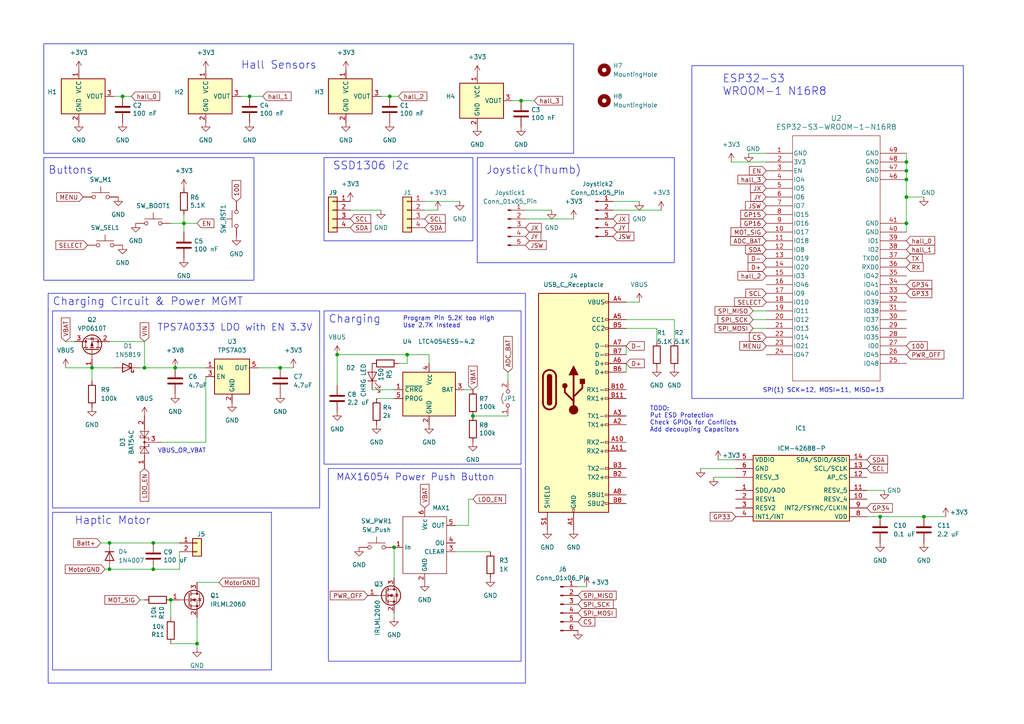
<source format=kicad_sch>
(kicad_sch (version 20250114) (generator "eeschema") (generator_version "9.0")
  (paper "A4")
  (rectangle (start 15.24 90.17) (end 92.71 147.32))
  (rectangle (start 15.24 148.59) (end 78.74 194.31))
  (rectangle (start 138.43 45.72) (end 195.58 76.2))
  (rectangle (start 200.66 19.05) (end 279.4 115.57))
  (rectangle (start 317.5 158.75) (end 342.9 182.88))
  (rectangle (start 95.25 135.89) (end 151.13 191.77))
  (rectangle (start 12.7 45.72) (end 73.66 81.28))
  (rectangle (start 93.98 45.72) (end 137.16 69.85))
  (rectangle (start 13.97 85.09) (end 152.4 198.12))
  (rectangle (start 93.98 90.17) (end 151.13 134.62))
  (rectangle (start 307.34 110.49) (end 326.39 148.59))
  (rectangle (start 12.7 12.7) (end 166.37 44.45))
  (text "Jumper Pins" (at 320.04 163.576 0) (effects (font (size 2.27 2.27)) (justify left bottom)))
  (text "SPI(1) SCK=12, MOSI=11, MISO=13" (at 221.234 114.046 0) (effects (font (size 1.27 1.27)) (justify left bottom)))
  (text "Buttons" (at 13.97 50.8 0) (effects (font (size 2.27 2.27)) (justify left bottom)))
  (text "MAX16054 Power Push Button" (at 143.51 139.7 0) (effects (font (size 2 2)) (justify right bottom)))
  (text "Joystick(Thumb)" (at 140.97 50.8 0) (effects (font (size 2.27 2.27)) (justify left bottom)))
  (text "Program Pin 5.2K too High\nUse 2.7K Instead\n" (at 116.84 95.25 0) (effects (font (size 1.27 1.27)) (justify left bottom)))
  (text "Charging\n" (at 95.25 93.98 0) (effects (font (size 2.27 2.27)) (justify left bottom)))
  (text "ESP32-S3\nWROOM-1 N16R8" (at 209.55 27.94 0) (effects (font (size 2.27 2.27)) (justify left bottom)))
  (text "Charging Circuit & Power MGMT" (at 15.24 88.9 0) (effects (font (size 2.27 2.27)) (justify left bottom)))
  (text "SSD1306 I2c" (at 96.52 49.53 0) (effects (font (size 2.27 2.27)) (justify left bottom)))
  (text "TODO:\nPut ESD Protection\nCheck GPIOs for Conflicts\nAdd decoupling Capacitors" (at 188.468 125.476 0) (effects (font (size 1.27 1.27)) (justify left bottom)))
  (text "TPS7A0333 LDO with EN 3.3V" (at 90.678 96.266 0) (effects (font (size 2 2)) (justify right bottom)))
  (text "Hall Sensors" (at 69.85 20.32 0) (effects (font (size 2.27 2.27)) (justify left bottom)))
  (text "VBUS_OR_VBAT" (at 45.72 131.572 0) (effects (font (size 1.27 1.27)) (justify left bottom)))
  (text "Haptic Motor" (at 21.59 152.4 0) (effects (font (size 2.27 2.27)) (justify left bottom)))
  (junction (at 113.03 27.94))
  (junction (at 57.15 186.69))
  (junction (at 31.75 157.48))
  (junction (at 44.45 165.1))
  (junction (at 118.11 102.87))
  (junction (at 255.27 149.86))
  (junction (at 26.67 106.68))
  (junction (at 81.28 106.68))
  (junction (at 72.39 27.94))
  (junction (at 50.8 106.68))
  (junction (at 49.53 173.99))
  (junction (at 137.16 120.65))
  (junction (at 97.79 102.87))
  (junction (at 114.3 158.75))
  (junction (at 41.91 106.68))
  (junction (at 262.89 49.53))
  (junction (at 53.34 64.77))
  (junction (at 31.75 165.1))
  (junction (at 262.89 64.77))
  (junction (at 44.45 157.48))
  (junction (at 262.89 57.15))
  (junction (at 151.13 29.21))
  (junction (at 267.97 149.86))
  (junction (at 262.89 46.99))
  (junction (at 35.56 27.94))
  (junction (at 262.89 52.07))
  (wire (pts (xy 262.89 44.45) (xy 262.89 46.99)))
  (wire (pts (xy 35.56 27.94) (xy 33.02 27.94)))
  (wire (pts (xy 313.69 124.46) (xy 317.5 124.46)))
  (wire (pts (xy 46.99 128.27) (xy 59.69 128.27)))
  (wire (pts (xy 19.05 106.68) (xy 26.67 106.68)))
  (wire (pts (xy 118.11 102.87) (xy 124.46 102.87)))
  (wire (pts (xy 44.45 157.48) (xy 52.07 157.48)))
  (wire (pts (xy 262.89 57.15) (xy 262.89 64.77)))
  (wire (pts (xy 154.94 29.21) (xy 151.13 29.21)))
  (wire (pts (xy 181.61 100.33) (xy 181.61 102.87)))
  (wire (pts (xy 203.2 135.89) (xy 213.36 135.89)))
  (wire (pts (xy 44.45 165.1) (xy 31.75 165.1)))
  (wire (pts (xy 160.02 60.96) (xy 152.4 60.96)))
  (wire (pts (xy 262.89 46.99) (xy 262.89 49.53)))
  (wire (pts (xy 97.79 111.76) (xy 97.79 102.87)))
  (wire (pts (xy 313.69 138.43) (xy 317.5 138.43)))
  (wire (pts (xy 208.28 133.35) (xy 213.36 133.35)))
  (wire (pts (xy 135.89 144.78) (xy 135.89 152.4)))
  (wire (pts (xy 41.91 106.68) (xy 50.8 106.68)))
  (wire (pts (xy 41.91 99.06) (xy 41.91 106.68)))
  (wire (pts (xy 72.39 27.94) (xy 69.85 27.94)))
  (wire (pts (xy 274.32 149.86) (xy 267.97 149.86)))
  (wire (pts (xy 195.58 92.71) (xy 195.58 99.06)))
  (wire (pts (xy 181.61 105.41) (xy 181.61 107.95)))
  (wire (pts (xy 147.32 107.95) (xy 147.32 110.49)))
  (wire (pts (xy 107.95 113.03) (xy 114.3 113.03)))
  (wire (pts (xy 151.13 29.21) (xy 148.59 29.21)))
  (wire (pts (xy 118.11 105.41) (xy 118.11 102.87)))
  (wire (pts (xy 63.5 168.91) (xy 57.15 168.91)))
  (wire (pts (xy 57.15 186.69) (xy 57.15 179.07)))
  (wire (pts (xy 52.07 160.02) (xy 52.07 165.1)))
  (wire (pts (xy 115.57 105.41) (xy 118.11 105.41)))
  (wire (pts (xy 113.03 27.94) (xy 110.49 27.94)))
  (wire (pts (xy 40.64 106.68) (xy 41.91 106.68)))
  (wire (pts (xy 262.89 52.07) (xy 262.89 57.15)))
  (wire (pts (xy 212.09 46.99) (xy 222.25 46.99)))
  (wire (pts (xy 330.2 173.99) (xy 326.39 173.99)))
  (wire (pts (xy 41.91 173.99) (xy 40.64 173.99)))
  (wire (pts (xy 313.69 140.97) (xy 317.5 140.97)))
  (wire (pts (xy 85.09 106.68) (xy 81.28 106.68)))
  (wire (pts (xy 166.37 63.5) (xy 152.4 63.5)))
  (wire (pts (xy 181.61 92.71) (xy 195.58 92.71)))
  (wire (pts (xy 50.8 106.68) (xy 59.69 106.68)))
  (wire (pts (xy 53.34 62.23) (xy 53.34 64.77)))
  (wire (pts (xy 53.34 64.77) (xy 57.15 64.77)))
  (wire (pts (xy 115.57 27.94) (xy 113.03 27.94)))
  (wire (pts (xy 337.82 171.45) (xy 326.39 171.45)))
  (wire (pts (xy 26.67 106.68) (xy 33.02 106.68)))
  (wire (pts (xy 185.42 87.63) (xy 181.61 87.63)))
  (wire (pts (xy 135.89 152.4) (xy 132.08 152.4)))
  (wire (pts (xy 49.53 179.07) (xy 49.53 173.99)))
  (wire (pts (xy 207.01 138.43) (xy 213.36 138.43)))
  (wire (pts (xy 81.28 106.68) (xy 74.93 106.68)))
  (wire (pts (xy 134.62 113.03) (xy 137.16 113.03)))
  (wire (pts (xy 59.69 128.27) (xy 59.69 109.22)))
  (wire (pts (xy 31.75 99.06) (xy 41.91 99.06)))
  (wire (pts (xy 76.2 27.94) (xy 72.39 27.94)))
  (wire (pts (xy 132.08 160.02) (xy 142.24 160.02)))
  (wire (pts (xy 109.22 115.57) (xy 114.3 115.57)))
  (wire (pts (xy 97.79 102.87) (xy 118.11 102.87)))
  (wire (pts (xy 313.69 121.92) (xy 317.5 121.92)))
  (wire (pts (xy 114.3 158.75) (xy 114.3 167.64)))
  (wire (pts (xy 217.17 44.45) (xy 222.25 44.45)))
  (wire (pts (xy 31.75 165.1) (xy 30.48 165.1)))
  (wire (pts (xy 137.16 144.78) (xy 135.89 144.78)))
  (wire (pts (xy 262.89 64.77) (xy 262.89 67.31)))
  (wire (pts (xy 137.16 120.65) (xy 147.32 120.65)))
  (wire (pts (xy 53.34 64.77) (xy 53.34 67.31)))
  (wire (pts (xy 218.44 90.17) (xy 222.25 90.17)))
  (wire (pts (xy 262.89 49.53) (xy 262.89 52.07)))
  (wire (pts (xy 191.77 60.96) (xy 177.8 60.96)))
  (wire (pts (xy 52.07 165.1) (xy 44.45 165.1)))
  (wire (pts (xy 190.5 95.25) (xy 190.5 99.06)))
  (wire (pts (xy 181.61 95.25) (xy 190.5 95.25)))
  (wire (pts (xy 26.67 106.68) (xy 26.67 110.49)))
  (wire (pts (xy 49.53 64.77) (xy 53.34 64.77)))
  (wire (pts (xy 114.3 177.8) (xy 114.3 179.07)))
  (wire (pts (xy 19.05 99.06) (xy 21.59 99.06)))
  (wire (pts (xy 57.15 187.96) (xy 57.15 186.69)))
  (wire (pts (xy 31.75 157.48) (xy 44.45 157.48)))
  (wire (pts (xy 124.46 102.87) (xy 124.46 105.41)))
  (wire (pts (xy 267.97 57.15) (xy 262.89 57.15)))
  (wire (pts (xy 267.97 149.86) (xy 255.27 149.86)))
  (wire (pts (xy 133.35 58.42) (xy 123.19 58.42)))
  (wire (pts (xy 127 60.96) (xy 123.19 60.96)))
  (wire (pts (xy 256.54 142.24) (xy 251.46 142.24)))
  (wire (pts (xy 218.44 92.71) (xy 222.25 92.71)))
  (wire (pts (xy 49.53 186.69) (xy 57.15 186.69)))
  (wire (pts (xy 38.1 27.94) (xy 35.56 27.94)))
  (wire (pts (xy 29.21 157.48) (xy 31.75 157.48)))
  (wire (pts (xy 110.49 60.96) (xy 101.6 60.96)))
  (wire (pts (xy 185.42 58.42) (xy 177.8 58.42)))
  (wire (pts (xy 170.18 170.18) (xy 167.64 170.18)))
  (wire (pts (xy 255.27 149.86) (xy 251.46 149.86)))
  (wire (pts (xy 218.44 95.25) (xy 222.25 95.25)))
  (global_label "RX" (shape input) (at 262.89 77.47 0) (property "Intersheetrefs" "${INTERSHEET_REFS}" (effects (hide yes))))
  (global_label "ADC_BAT" (shape input) (at 147.32 107.95 90) (property "Intersheetrefs" "${INTERSHEET_REFS}" (effects (hide yes))))
  (global_label "MOT_SIG" (shape input) (at 222.25 67.31 180) (property "Intersheetrefs" "${INTERSHEET_REFS}" (effects (hide yes))))
  (global_label "VIN" (shape input) (at 41.91 99.06 90) (property "Intersheetrefs" "${INTERSHEET_REFS}" (effects (hide yes))))
  (global_label "100" (shape input) (at 68.58 58.42 90) (property "Intersheetrefs" "${INTERSHEET_REFS}" (effects (hide yes))))
  (global_label "D+" (shape input) (at 181.61 105.41 0) (property "Intersheetrefs" "${INTERSHEET_REFS}" (effects (hide yes))))
  (global_label "SCL" (shape input) (at 101.6 63.5 0) (property "Intersheetrefs" "${INTERSHEET_REFS}" (effects (hide yes))))
  (global_label "GP15" (shape input) (at 326.39 176.53 0) (property "Intersheetrefs" "${INTERSHEET_REFS}" (effects (hide yes))))
  (global_label "EN" (shape input) (at 57.15 64.77 0) (property "Intersheetrefs" "${INTERSHEET_REFS}" (effects (hide yes))))
  (global_label "SPI_SCK" (shape input) (at 167.64 175.26 0) (property "Intersheetrefs" "${INTERSHEET_REFS}" (effects (hide yes))))
  (global_label "EN" (shape input) (at 222.25 49.53 180) (property "Intersheetrefs" "${INTERSHEET_REFS}" (effects (hide yes))))
  (global_label "MENU" (shape input) (at 222.25 100.33 180) (property "Intersheetrefs" "${INTERSHEET_REFS}" (effects (hide yes))))
  (global_label "JY" (shape input) (at 177.8 66.04 0) (property "Intersheetrefs" "${INTERSHEET_REFS}" (effects (hide yes))))
  (global_label "SPI_MOSI" (shape input) (at 167.64 177.8 0) (property "Intersheetrefs" "${INTERSHEET_REFS}" (effects (hide yes))))
  (global_label "JY" (shape input) (at 222.25 57.15 180) (property "Intersheetrefs" "${INTERSHEET_REFS}" (effects (hide yes))))
  (global_label "PWR_OFF" (shape input) (at 262.89 102.87 0) (property "Intersheetrefs" "${INTERSHEET_REFS}" (effects (hide yes))))
  (global_label "JY" (shape input) (at 152.4 68.58 0) (property "Intersheetrefs" "${INTERSHEET_REFS}" (effects (hide yes))))
  (global_label "GP33" (shape input) (at 213.36 149.86 180) (property "Intersheetrefs" "${INTERSHEET_REFS}" (effects (hide yes))))
  (global_label "MENU" (shape input) (at 24.13 57.15 180) (property "Intersheetrefs" "${INTERSHEET_REFS}" (effects (hide yes))))
  (global_label "hall_1" (shape input) (at 262.89 72.39 0) (property "Intersheetrefs" "${INTERSHEET_REFS}" (effects (hide yes))))
  (global_label "hall_3" (shape input) (at 154.94 29.21 0) (property "Intersheetrefs" "${INTERSHEET_REFS}" (effects (hide yes))))
  (global_label "VBAT" (shape input) (at 313.69 121.92 90) (property "Intersheetrefs" "${INTERSHEET_REFS}" (effects (hide yes))))
  (global_label "LDO_EN" (shape input) (at 137.16 144.78 0) (property "Intersheetrefs" "${INTERSHEET_REFS}" (effects (hide yes))))
  (global_label "SPI_MISO" (shape input) (at 167.64 172.72 0) (property "Intersheetrefs" "${INTERSHEET_REFS}" (effects (hide yes))))
  (global_label "hall_2" (shape input) (at 115.57 27.94 0) (property "Intersheetrefs" "${INTERSHEET_REFS}" (effects (hide yes))))
  (global_label "CS" (shape input) (at 222.25 97.79 180) (property "Intersheetrefs" "${INTERSHEET_REFS}" (effects (hide yes))))
  (global_label "SELECT" (shape input) (at 25.4 71.12 180) (property "Intersheetrefs" "${INTERSHEET_REFS}" (effects (hide yes))))
  (global_label "GP34" (shape input) (at 262.89 82.55 0) (property "Intersheetrefs" "${INTERSHEET_REFS}" (effects (hide yes))))
  (global_label "SCL" (shape input) (at 123.19 63.5 0) (property "Intersheetrefs" "${INTERSHEET_REFS}" (effects (hide yes))))
  (global_label "D-" (shape input) (at 181.61 100.33 0) (property "Intersheetrefs" "${INTERSHEET_REFS}" (effects (hide yes))))
  (global_label "SCL" (shape input) (at 222.25 85.09 180) (property "Intersheetrefs" "${INTERSHEET_REFS}" (effects (hide yes))))
  (global_label "JSW" (shape input) (at 177.8 68.58 0) (property "Intersheetrefs" "${INTERSHEET_REFS}" (effects (hide yes))))
  (global_label "VBAT" (shape input) (at 123.19 147.32 90) (property "Intersheetrefs" "${INTERSHEET_REFS}" (effects (hide yes))))
  (global_label "GP16" (shape input) (at 326.39 179.07 0) (property "Intersheetrefs" "${INTERSHEET_REFS}" (effects (hide yes))))
  (global_label "VBAT" (shape input) (at 137.16 113.03 90) (property "Intersheetrefs" "${INTERSHEET_REFS}" (effects (hide yes))))
  (global_label "SDA" (shape input) (at 251.46 133.35 0) (property "Intersheetrefs" "${INTERSHEET_REFS}" (effects (hide yes))))
  (global_label "MotorGND" (shape input) (at 63.5 168.91 0) (property "Intersheetrefs" "${INTERSHEET_REFS}" (effects (hide yes))))
  (global_label "SCL" (shape input) (at 251.46 135.89 0) (property "Intersheetrefs" "${INTERSHEET_REFS}" (effects (hide yes))))
  (global_label "MOT_SIG" (shape input) (at 40.64 173.99 180) (property "Intersheetrefs" "${INTERSHEET_REFS}" (effects (hide yes))))
  (global_label "SPI_SCK" (shape input) (at 218.44 92.71 180) (property "Intersheetrefs" "${INTERSHEET_REFS}" (effects (hide yes))))
  (global_label "TX" (shape input) (at 262.89 74.93 0) (property "Intersheetrefs" "${INTERSHEET_REFS}" (effects (hide yes))))
  (global_label "SDA" (shape input) (at 123.19 66.04 0) (property "Intersheetrefs" "${INTERSHEET_REFS}" (effects (hide yes))))
  (global_label "D-" (shape input) (at 222.25 74.93 180) (property "Intersheetrefs" "${INTERSHEET_REFS}" (effects (hide yes))))
  (global_label "SDA" (shape input) (at 101.6 66.04 0) (property "Intersheetrefs" "${INTERSHEET_REFS}" (effects (hide yes))))
  (global_label "JSW" (shape input) (at 222.25 59.69 180) (property "Intersheetrefs" "${INTERSHEET_REFS}" (effects (hide yes))))
  (global_label "hall_1" (shape input) (at 76.2 27.94 0) (property "Intersheetrefs" "${INTERSHEET_REFS}" (effects (hide yes))))
  (global_label "hall_3" (shape input) (at 222.25 52.07 180) (property "Intersheetrefs" "${INTERSHEET_REFS}" (effects (hide yes))))
  (global_label "GP34" (shape input) (at 251.46 147.32 0) (property "Intersheetrefs" "${INTERSHEET_REFS}" (effects (hide yes))))
  (global_label "PWR_OFF" (shape input) (at 106.68 172.72 180) (property "Intersheetrefs" "${INTERSHEET_REFS}" (effects (hide yes))))
  (global_label "GP33" (shape input) (at 262.89 85.09 0) (property "Intersheetrefs" "${INTERSHEET_REFS}" (effects (hide yes))))
  (global_label "SPI_MOSI" (shape input) (at 218.44 95.25 180) (property "Intersheetrefs" "${INTERSHEET_REFS}" (effects (hide yes))))
  (global_label "SPI_MISO" (shape input) (at 218.44 90.17 180) (property "Intersheetrefs" "${INTERSHEET_REFS}" (effects (hide yes))))
  (global_label "JX" (shape input) (at 152.4 66.04 0) (property "Intersheetrefs" "${INTERSHEET_REFS}" (effects (hide yes))))
  (global_label "JSW" (shape input) (at 152.4 71.12 0) (property "Intersheetrefs" "${INTERSHEET_REFS}" (effects (hide yes))))
  (global_label "D+" (shape input) (at 222.25 77.47 180) (property "Intersheetrefs" "${INTERSHEET_REFS}" (effects (hide yes))))
  (global_label "hall_2" (shape input) (at 222.25 80.01 180) (property "Intersheetrefs" "${INTERSHEET_REFS}" (effects (hide yes))))
  (global_label "JX" (shape input) (at 177.8 63.5 0) (property "Intersheetrefs" "${INTERSHEET_REFS}" (effects (hide yes))))
  (global_label "GP16" (shape input) (at 222.25 64.77 180) (property "Intersheetrefs" "${INTERSHEET_REFS}" (effects (hide yes))))
  (global_label "CS" (shape input) (at 167.64 180.34 0) (property "Intersheetrefs" "${INTERSHEET_REFS}" (effects (hide yes))))
  (global_label "SDA" (shape input) (at 222.25 72.39 180) (property "Intersheetrefs" "${INTERSHEET_REFS}" (effects (hide yes))))
  (global_label "MotorGND" (shape input) (at 30.48 165.1 180) (property "Intersheetrefs" "${INTERSHEET_REFS}" (effects (hide yes))))
  (global_label "SELECT" (shape input) (at 222.25 87.63 180) (property "Intersheetrefs" "${INTERSHEET_REFS}" (effects (hide yes))))
  (global_label "VBAT" (shape input) (at 19.05 99.06 90) (property "Intersheetrefs" "${INTERSHEET_REFS}" (effects (hide yes))))
  (global_label "VBAT" (shape input) (at 313.69 138.43 90) (property "Intersheetrefs" "${INTERSHEET_REFS}" (effects (hide yes))))
  (global_label "GP15" (shape input) (at 222.25 62.23 180) (property "Intersheetrefs" "${INTERSHEET_REFS}" (effects (hide yes))))
  (global_label "Batt+" (shape input) (at 29.21 157.48 180) (property "Intersheetrefs" "${INTERSHEET_REFS}" (effects (hide yes))))
  (global_label "hall_0" (shape input) (at 38.1 27.94 0) (property "Intersheetrefs" "${INTERSHEET_REFS}" (effects (hide yes))))
  (global_label "JX" (shape input) (at 222.25 54.61 180) (property "Intersheetrefs" "${INTERSHEET_REFS}" (effects (hide yes))))
  (global_label "ADC_BAT" (shape input) (at 222.25 69.85 180) (property "Intersheetrefs" "${INTERSHEET_REFS}" (effects (hide yes))))
  (global_label "LDO_EN" (shape input) (at 41.91 135.89 270) (property "Intersheetrefs" "${INTERSHEET_REFS}" (effects (hide yes))))
  (global_label "hall_0" (shape input) (at 262.89 69.85 0) (property "Intersheetrefs" "${INTERSHEET_REFS}" (effects (hide yes))))
  (global_label "100" (shape input) (at 262.89 100.33 0) (property "Intersheetrefs" "${INTERSHEET_REFS}" (effects (hide yes))))
  (symbol (lib_id "Switch:SW_Push") (at 68.58 63.5 90) (unit 1)
    (property "Reference" "SW_RST1" (at 64.77 63.5 0))
    (property "Value" "SW_Push" (effects (hide yes)))
    (property "Footprint" "OpenMuscleDevKit:EVQP2P02M" (effects (hide yes)))
  )
  (symbol (lib_id "Switch:SW_Push") (at 44.45 64.77 0) (unit 1)
    (property "Reference" "SW_BOOT1" (at 44.45 59.69 0))
    (property "Value" "SW_Push" (effects (hide yes)))
    (property "Footprint" "OpenMuscleDevKit:EVQP2P02M" (effects (hide yes)))
  )
  (symbol (lib_id "power:GND") (at 97.79 119.38 0) (unit 1)
    (property "Reference" "#PWR034" (effects (hide yes)))
    (property "Value" "GND" (at 97.79 124.46 0))
  )
  (symbol (lib_id "Device:C") (at 255.27 153.67 0) (unit 1)
    (property "Reference" "C10" (at 259.08 152.3999 0) (effects (justify left)))
    (property "Value" "0.1 uF" (at 259.08 154.9399 0) (effects (justify left)))
    (property "Footprint" "Capacitor_SMD:C_0603_1608Metric" (effects (hide yes)))
  )
  (symbol (lib_id "power:+3V3") (at 101.6 58.42 0) (unit 1)
    (property "Reference" "#PWR025" (effects (hide yes)))
    (property "Value" "+3V3" (at 101.6 53.34 0))
  )
  (symbol (lib_id "power:GND") (at 59.69 35.56 0) (unit 1)
    (property "Reference" "#PWR014" (effects (hide yes)))
    (property "Value" "GND" (at 59.69 40.64 0))
  )
  (symbol (lib_id "Sensor_Current:A1369xUA-10") (at 22.86 27.94 0) (unit 1)
    (property "Reference" "H1" (at 16.51 26.67 0) (effects (justify right)))
    (property "Value" "A1369xUA-10" (effects (hide yes)))
    (property "Footprint" "Connector_PinHeader_2.00mm:PinHeader_1x03_P2.00mm_Vertical" (effects (hide yes)))
    (property "Datasheet" "http://www.allegromicro.com/~/media/Files/Datasheets/A1369-Datasheet.ashx?la=en" (effects (hide yes)))
  )
  (symbol (lib_id "ChargingStuffsLib:MAX16054") (at 123.19 152.4 0) (unit 1)
    (property "Reference" "MAX1" (at 125.3841 147.32 0) (effects (justify left)))
    (property "Value" "~" (at 123.19 152.4 0))
    (property "Footprint" "Package_TO_SOT_SMD:SOT-23-6" (effects (hide yes)))
  )
  (symbol (lib_id "Device:R") (at 137.16 116.84 0) (unit 1)
    (property "Reference" "R7" (at 138.938 115.6716 0) (effects (justify left)))
    (property "Value" "100k" (at 138.938 117.983 0) (effects (justify left)))
    (property "Footprint" "Resistor_SMD:R_0603_1608Metric" (effects (hide yes)))
    (property "JLCPN" "C25905" (effects (hide yes)))
  )
  (symbol (lib_id "power:+3V8") (at 50.8 106.68 0) (unit 1)
    (property "Reference" "#PWR023" (effects (hide yes)))
    (property "Value" "+3V8" (at 50.8 101.6 0))
  )
  (symbol (lib_id "power:GND") (at 158.75 153.67 0) (unit 1)
    (property "Reference" "#PWR019" (effects (hide yes)))
    (property "Value" "GND" (at 158.75 158.75 0))
  )
  (symbol (lib_id "power:+3V3") (at 170.18 170.18 0) (unit 1)
    (property "Reference" "#PWR067" (effects (hide yes)))
    (property "Value" "+3V3" (at 173.99 168.91 0))
  )
  (symbol (lib_id "Device:C") (at 81.28 110.49 0) (unit 1)
    (property "Reference" "C7" (at 85.09 109.22 0) (effects (justify left)))
    (property "Value" "4.7uF" (at 85.09 111.76 0) (effects (justify left)))
    (property "Footprint" "Capacitor_SMD:C_0805_2012Metric" (effects (hide yes)))
  )
  (symbol (lib_id "Device:R") (at 137.16 124.46 0) (unit 1)
    (property "Reference" "R8" (at 138.938 123.2916 0) (effects (justify left)))
    (property "Value" "100k" (at 138.938 125.603 0) (effects (justify left)))
    (property "Footprint" "Resistor_SMD:R_0603_1608Metric" (effects (hide yes)))
    (property "JLCPN" "C25905" (effects (hide yes)))
  )
  (symbol (lib_id "power:GND") (at 57.15 187.96 0) (unit 1)
    (property "Reference" "#PWR057" (effects (hide yes)))
    (property "Value" "GND" (at 57.15 193.04 0))
  )
  (symbol (lib_id "power:GND") (at 104.14 158.75 0) (unit 1)
    (property "Reference" "#PWR022" (effects (hide yes)))
    (property "Value" "GND" (at 104.14 163.83 0))
  )
  (symbol (lib_id "power:GND") (at 195.58 106.68 0) (unit 1)
    (property "Reference" "#PWR047" (effects (hide yes)))
    (property "Value" "GND" (at 195.58 111.76 0))
  )
  (symbol (lib_id "Device:R") (at 190.5 102.87 0) (unit 1)
    (property "Reference" "R1" (at 190.5 96.52 0) (effects (justify left)))
    (property "Value" "5.1K" (at 190.5 99.06 0) (effects (justify left)))
    (property "Footprint" "Resistor_SMD:R_0603_1608Metric" (effects (hide yes)))
    (property "JLCPN" "C25905" (effects (hide yes)))
  )
  (symbol (lib_id "power:GND") (at 313.69 124.46 0) (unit 1)
    (property "Reference" "#PWR039" (effects (hide yes)))
    (property "Value" "GND" (at 313.69 129.54 0))
  )
  (symbol (lib_id "power:VBUS") (at 41.91 120.65 0) (unit 1)
    (property "Reference" "#PWR056" (effects (hide yes)))
    (property "Value" "VBUS" (at 41.91 115.57 0))
  )
  (symbol (lib_id "Regulator_Linear:TPS7A0508PDBV") (at 67.31 109.22 0) (unit 1)
    (property "Reference" "U3" (at 67.31 99.06 0))
    (property "Value" "TPS7A03" (at 67.31 101.6 0))
    (property "Footprint" "Package_TO_SOT_SMD:SOT-23-5" (effects (hide yes)))
    (property "Datasheet" "https://www.ti.com/lit/ds/symlink/tps7a05.pdf" (effects (hide yes)))
  )
  (symbol (lib_id "Diode:1N4007") (at 31.75 161.29 270) (unit 1)
    (property "Reference" "D4" (at 34.29 160.02 90) (effects (justify left)))
    (property "Value" "1N4007" (at 34.29 162.56 90) (effects (justify left)))
    (property "Footprint" "Diode_SMD:D_SOD-123" (effects (hide yes)))
    (property "Datasheet" "http://www.vishay.com/docs/88503/1n4001.pdf" (effects (hide yes)))
    (property "Sim.Device" "D" (effects (hide yes)))
    (property "Sim.Pins" "1=K 2=A" (effects (hide yes)))
  )
  (symbol (lib_id "power:GND") (at 50.8 114.3 0) (unit 1)
    (property "Reference" "#PWR024" (effects (hide yes)))
    (property "Value" "GND" (at 50.8 119.38 0))
  )
  (symbol (lib_id "Device:C") (at 50.8 110.49 0) (unit 1)
    (property "Reference" "C6" (at 54.61 109.22 0) (effects (justify left)))
    (property "Value" "4.7uF" (at 54.61 111.76 0) (effects (justify left)))
    (property "Footprint" "Capacitor_SMD:C_0805_2012Metric" (effects (hide yes)))
  )
  (symbol (lib_id "Connector:Conn_01x05_Pin") (at 172.72 63.5 0) (unit 1)
    (property "Reference" "Joystick2" (at 173.355 53.34 0))
    (property "Value" "Conn_01x05_Pin" (at 173.355 55.88 0))
    (property "Footprint" "Connector_PinHeader_2.00mm:PinHeader_1x05_P2.00mm_Vertical" (effects (hide yes)))
  )
  (symbol (lib_id "power:GND") (at 138.43 36.83 0) (unit 1)
    (property "Reference" "#PWR07" (effects (hide yes)))
    (property "Value" "GND" (at 138.43 41.91 0))
  )
  (symbol (lib_id "Device:R") (at 45.72 173.99 270) (unit 1)
    (property "Reference" "R10" (at 46.8884 175.768 0) (effects (justify left)))
    (property "Value" "10k" (at 44.577 175.768 0) (effects (justify left)))
    (property "Footprint" "Resistor_SMD:R_0603_1608Metric" (effects (hide yes)))
    (property "JLCPN" "C25744" (effects (hide yes)))
  )
  (symbol (lib_id "power:+3V3") (at 53.34 54.61 0) (unit 1)
    (property "Reference" "#PWR050" (effects (hide yes)))
    (property "Value" "+3V3" (at 53.34 49.53 0))
  )
  (symbol (lib_id "power:+3V3") (at 166.37 63.5 0) (unit 1)
    (property "Reference" "#PWR042" (effects (hide yes)))
    (property "Value" "+3V3" (at 166.37 58.42 0))
  )
  (symbol (lib_id "power:GND") (at 34.29 57.15 0) (unit 1)
    (property "Reference" "#PWR036" (effects (hide yes)))
    (property "Value" "GND" (at 34.29 62.23 0))
  )
  (symbol (lib_id "power:GND") (at 255.27 157.48 0) (unit 1)
    (property "Reference" "#PWR061" (effects (hide yes)))
    (property "Value" "GND" (at 255.27 162.56 0))
  )
  (symbol (lib_id "Mechanical:MountingHole") (at 175.26 20.32 0) (unit 1)
    (property "Reference" "H7" (at 177.8 19.05 0) (effects (justify left)))
    (property "Value" "MountingHole" (at 177.8 21.59 0) (effects (justify left)))
    (property "Footprint" "MountingHole:MountingHole_2.2mm_M2" (effects (hide yes)))
  )
  (symbol (lib_id "Jumper:Jumper_2_Open") (at 147.32 115.57 90) (unit 1)
    (property "Reference" "JP1" (at 146.05 115.57 90) (effects (justify right)))
    (property "Value" "Jumper_2_Open" (effects (hide yes)))
    (property "Footprint" "Jumper:SolderJumper-2_P1.3mm_Open_TrianglePad1.0x1.5mm" (effects (hide yes)))
  )
  (symbol (lib_id "power:GND") (at 109.22 123.19 0) (unit 1)
    (property "Reference" "#PWR035" (effects (hide yes)))
    (property "Value" "GND" (at 109.22 128.27 0))
  )
  (symbol (lib_id "power:+3V3") (at 212.09 46.99 0) (unit 1)
    (property "Reference" "#PWR054" (effects (hide yes)))
    (property "Value" "+3V3" (at 212.09 41.91 0))
  )
  (symbol (lib_id "Transistor_FET:VP0610T") (at 26.67 101.6 90) (unit 1)
    (property "Reference" "Q2" (at 26.67 92.71 90))
    (property "Value" "VP0610T" (at 26.67 95.25 90))
    (property "Footprint" "Package_TO_SOT_SMD:SOT-23" (effects (hide yes)))
    (property "Datasheet" "http://www.vishay.com/docs/70209/70209.pdf" (effects (hide yes)))
  )
  (symbol (lib_id "power:GND") (at 113.03 35.56 0) (unit 1)
    (property "Reference" "#PWR03" (effects (hide yes)))
    (property "Value" "GND" (at 113.03 40.64 0))
  )
  (symbol (lib_id "ICM-42688-P:ICM-42688-P") (at 213.36 139.7 0) (unit 1)
    (property "Reference" "IC1" (at 230.632 124.206 0) (effects (justify left)))
    (property "Value" "ICM-42688-P" (at 239.522 130.048 0) (effects (justify right)))
    (property "Footprint" "IIM42352" (effects (hide yes)))
    (property "Datasheet" "https://3cfeqx1hf82y3xcoull08ihx-wpengine.netdna-ssl.com/wp-content/uploads/2021/06/DS-000347-ICM-42688-P-v1.5.pdf" (effects (hide yes)))
    (property "Description" "IMU 6-Axis" (effects (hide yes)))
    (property "Mouser Part Number" "410-ICM-42688-P" (effects (hide yes)))
    (property "Mouser Price/Stock" "https://www.mouser.co.uk/ProductDetail/TDK-InvenSense/ICM-42688-P?qs=OlC7AqGiEDk8QrNAV728zw%3D%3D" (effects (hide yes)))
    (property "Manufacturer_Name" "TDK" (effects (hide yes)))
    (property "Manufacturer_Part_Number" "ICM-42688-P" (effects (hide yes)))
  )
  (symbol (lib_id "Battery_Management:LTC4054ES5-4.2") (at 124.46 113.03 0) (unit 1)
    (property "Reference" "U4" (at 118.11 99.06 0))
    (property "Value" "LTC4054ES5-4.2" (at 129.54 99.06 0))
    (property "Footprint" "Package_TO_SOT_SMD:TSOT-23-5" (effects (hide yes)))
    (property "Datasheet" "https://www.analog.com/media/en/technical-documentation/data-sheets/405442xf.pdf" (effects (hide yes)))
  )
  (symbol (lib_id "power:GND") (at 22.86 35.56 0) (unit 1)
    (property "Reference" "#PWR06" (effects (hide yes)))
    (property "Value" "GND" (at 22.86 40.64 0))
  )
  (symbol (lib_id "power:+3V3") (at 127 60.96 0) (unit 1)
    (property "Reference" "#PWR043" (effects (hide yes)))
    (property "Value" "+3V3" (at 127 55.88 0))
  )
  (symbol (lib_id "Transistor_FET:IRLML2060") (at 111.76 172.72 0) (unit 1)
    (property "Reference" "Q3" (at 108.458 169.418 0) (effects (justify left)))
    (property "Value" "IRLML2060" (at 109.474 184.404 90) (effects (justify left)))
    (property "Footprint" "Package_TO_SOT_SMD:SOT-23" (effects (hide yes)))
    (property "Datasheet" "https://www.infineon.com/dgdl/irlml2060pbf.pdf?fileId=5546d462533600a401535664b7fb25ee" (effects (hide yes)))
  )
  (symbol (lib_id "power:GND") (at 203.2 135.89 0) (unit 1)
    (property "Reference" "#PWR059" (effects (hide yes)))
    (property "Value" "GND" (effects (hide yes)))
  )
  (symbol (lib_id "power:GND") (at 133.35 58.42 0) (unit 1)
    (property "Reference" "#PWR044" (effects (hide yes)))
    (property "Value" "GND" (at 133.35 63.5 0))
  )
  (symbol (lib_id "Device:C") (at 267.97 153.67 0) (unit 1)
    (property "Reference" "C11" (at 271.78 152.3999 0) (effects (justify left)))
    (property "Value" "2.2 uF" (at 271.78 154.9399 0) (effects (justify left)))
    (property "Footprint" "Capacitor_SMD:C_0603_1608Metric" (effects (hide yes)))
  )
  (symbol (lib_id "power:GND") (at 53.34 74.93 0) (unit 1)
    (property "Reference" "#PWR048" (effects (hide yes)))
    (property "Value" "GND" (at 53.34 80.01 0))
  )
  (symbol (lib_id "Connector:USB_C_Receptacle") (at 166.37 113.03 0) (unit 1)
    (property "Reference" "J4" (at 166.37 80.01 0))
    (property "Value" "USB_C_Receptacle" (at 166.37 82.55 0))
    (property "Footprint" "Connector_USB:USB_C_Receptacle_HRO_TYPE-C-31-M-12" (effects (hide yes)))
    (property "Datasheet" "https://www.usb.org/sites/default/files/documents/usb_type-c.zip" (effects (hide yes)))
  )
  (symbol (lib_id "power:GND") (at 110.49 60.96 0) (unit 1)
    (property "Reference" "#PWR026" (effects (hide yes)))
    (property "Value" "GND" (at 110.49 66.04 0))
  )
  (symbol (lib_id "Device:C") (at 151.13 33.02 180) (unit 1)
    (property "Reference" "C3" (at 154.051 31.8516 0) (effects (justify right)))
    (property "Value" "100 nF" (at 154.051 34.163 0) (effects (justify right)))
    (property "Footprint" "Capacitor_SMD:C_0402_1005Metric" (effects (hide yes)))
    (property "JLCPN" "C1525" (effects (hide yes)))
  )
  (symbol (lib_id "power:+3V3") (at 138.43 21.59 0) (unit 1)
    (property "Reference" "#PWR04" (effects (hide yes)))
    (property "Value" "+3V3" (at 138.43 16.51 0))
  )
  (symbol (lib_id "Sensor_Current:A1369xUA-10") (at 100.33 27.94 0) (unit 1)
    (property "Reference" "H3" (at 93.98 26.67 0) (effects (justify right)))
    (property "Value" "A1369xUA-10" (effects (hide yes)))
    (property "Footprint" "Connector_PinHeader_2.00mm:PinHeader_1x03_P2.00mm_Vertical" (effects (hide yes)))
    (property "Datasheet" "http://www.allegromicro.com/~/media/Files/Datasheets/A1369-Datasheet.ashx?la=en" (effects (hide yes)))
  )
  (symbol (lib_id "Switch:SW_Push") (at 30.48 71.12 0) (unit 1)
    (property "Reference" "SW_SEL1" (at 30.48 66.04 0))
    (property "Value" "SW_Push" (effects (hide yes)))
    (property "Footprint" "OpenMuscleDevKit:EVQP2P02M" (effects (hide yes)))
  )
  (symbol (lib_id "power:GND") (at 267.97 157.48 0) (unit 1)
    (property "Reference" "#PWR062" (effects (hide yes)))
    (property "Value" "GND" (at 267.97 162.56 0))
  )
  (symbol (lib_id "power:+3V3") (at 274.32 149.86 0) (unit 1)
    (property "Reference" "#PWR060" (effects (hide yes)))
    (property "Value" "+3V3" (at 278.13 148.59 0))
  )
  (symbol (lib_id "Device:R") (at 142.24 163.83 0) (unit 1)
    (property "Reference" "R3" (at 144.78 162.56 0) (effects (justify left)))
    (property "Value" "1K" (at 144.78 165.1 0) (effects (justify left)))
    (property "Footprint" "Resistor_SMD:R_0603_1608Metric" (effects (hide yes)))
  )
  (symbol (lib_id "Connector_Generic:Conn_01x02") (at 57.15 157.48 0) (unit 1)
    (property "Reference" "J5" (at 57.15 154.94 0) (effects (justify left)))
    (property "Value" "Conn_01x02" (effects (hide yes)))
    (property "Footprint" "Connector_PinHeader_2.00mm:PinHeader_1x02_P2.00mm_Vertical" (effects (hide yes)))
  )
  (symbol (lib_id "power:GND") (at 39.37 64.77 0) (unit 1)
    (property "Reference" "#PWR049" (effects (hide yes)))
    (property "Value" "GND" (at 39.37 69.85 0))
  )
  (symbol (lib_id "Connector:Conn_01x04_Pin") (at 321.31 173.99 0) (unit 1)
    (property "Reference" "J3" (at 321.818 167.386 0))
    (property "Value" "Conn_01x04_Pin" (effects (hide yes)))
    (property "Footprint" "Connector_PinHeader_2.00mm:PinHeader_1x04_P2.00mm_Vertical" (effects (hide yes)))
    (property "Description" "Generic connector, single row, 01x04, script generated" (effects (hide yes)))
  )
  (symbol (lib_id "power:GND") (at 114.3 179.07 0) (unit 1)
    (property "Reference" "#PWR058" (effects (hide yes)))
    (property "Value" "GND" (at 114.3 184.15 0))
  )
  (symbol (lib_id "power:VBUS") (at 97.79 102.87 0) (unit 1)
    (property "Reference" "#PWR033" (effects (hide yes)))
    (property "Value" "VBUS" (at 97.79 97.79 0))
  )
  (symbol (lib_id "power:+3V3") (at 22.86 20.32 0) (unit 1)
    (property "Reference" "#PWR05" (effects (hide yes)))
    (property "Value" "+3V3" (at 22.86 15.24 0))
  )
  (symbol (lib_id "power:GND") (at 167.64 182.88 0) (unit 1)
    (property "Reference" "#PWR066" (effects (hide yes)))
    (property "Value" "GND" (effects (hide yes)))
  )
  (symbol (lib_id "power:GND") (at 72.39 35.56 0) (unit 1)
    (property "Reference" "#PWR015" (effects (hide yes)))
    (property "Value" "GND" (at 72.39 40.64 0))
  )
  (symbol (lib_id "Device:R") (at 109.22 119.38 0) (unit 1)
    (property "Reference" "R4" (at 110.998 118.2116 0) (effects (justify left)))
    (property "Value" "2k" (at 110.998 120.523 0) (effects (justify left)))
    (property "Footprint" "Resistor_SMD:R_0603_1608Metric" (effects (hide yes)))
    (property "JLCPN" "C25905" (effects (hide yes)))
  )
  (symbol (lib_id "Diode:BAT54C") (at 41.91 128.27 90) (unit 1)
    (property "Reference" "D3" (at 35.56 128.27 0))
    (property "Value" "BAT54C" (at 38.1 128.27 0))
    (property "Footprint" "Package_TO_SOT_SMD:SOT-23" (effects (hide yes)))
    (property "Datasheet" "http://www.diodes.com/_files/datasheets/ds11005.pdf" (effects (hide yes)))
    (property "Description" "dual schottky barrier diode, common cathode" (effects (hide yes)))
  )
  (symbol (lib_id "power:GND") (at 142.24 167.64 0) (unit 1)
    (property "Reference" "#PWR031" (effects (hide yes)))
    (property "Value" "GND" (at 142.24 172.72 0))
  )
  (symbol (lib_id "power:+3V3") (at 330.2 173.99 0) (unit 1)
    (property "Reference" "#PWR018" (effects (hide yes)))
    (property "Value" "+3V3" (at 330.2 168.91 0))
  )
  (symbol (lib_id "power:GND") (at 26.67 118.11 0) (unit 1)
    (property "Reference" "#PWR052" (effects (hide yes)))
    (property "Value" "GND" (at 26.67 123.19 0))
  )
  (symbol (lib_id "power:GND") (at 100.33 35.56 0) (unit 1)
    (property "Reference" "#PWR02" (effects (hide yes)))
    (property "Value" "GND" (at 100.33 40.64 0))
  )
  (symbol (lib_id "Sensor_Current:A1369xUA-10") (at 59.69 27.94 0) (unit 1)
    (property "Reference" "H2" (at 53.34 26.67 0) (effects (justify right)))
    (property "Value" "A1369xUA-10" (effects (hide yes)))
    (property "Footprint" "Connector_PinHeader_2.00mm:PinHeader_1x03_P2.00mm_Vertical" (effects (hide yes)))
    (property "Datasheet" "http://www.allegromicro.com/~/media/Files/Datasheets/A1369-Datasheet.ashx?la=en" (effects (hide yes)))
  )
  (symbol (lib_id "Device:R") (at 53.34 58.42 0) (unit 1)
    (property "Reference" "R6" (at 55.118 57.2516 0) (effects (justify left)))
    (property "Value" "5.1K" (at 55.118 59.563 0) (effects (justify left)))
    (property "Footprint" "Resistor_SMD:R_0603_1608Metric" (effects (hide yes)))
    (property "JLCPN" "C25905" (effects (hide yes)))
  )
  (symbol (lib_id "power:GND") (at 190.5 106.68 0) (unit 1)
    (property "Reference" "#PWR046" (effects (hide yes)))
    (property "Value" "GND" (at 190.5 111.76 0))
  )
  (symbol (lib_id "Device:R") (at 26.67 114.3 0) (unit 1)
    (property "Reference" "R9" (at 29.21 113.03 0) (effects (justify left)))
    (property "Value" "100k" (at 29.21 115.57 0) (effects (justify left)))
    (property "Footprint" "Resistor_SMD:R_0603_1608Metric" (effects (hide yes)))
  )
  (symbol (lib_id "power:GND") (at 137.16 128.27 0) (unit 1)
    (property "Reference" "#PWR051" (effects (hide yes)))
    (property "Value" "GND" (at 137.16 133.35 0))
  )
  (symbol (lib_id "Device:C") (at 53.34 71.12 180) (unit 1)
    (property "Reference" "C5" (at 56.261 69.9516 0) (effects (justify right)))
    (property "Value" "100 nF" (at 56.261 72.263 0) (effects (justify right)))
    (property "Footprint" "Capacitor_SMD:C_0402_1005Metric" (effects (hide yes)))
    (property "JLCPN" "C1525" (effects (hide yes)))
  )
  (symbol (lib_id "power:+3V3") (at 191.77 60.96 0) (unit 1)
    (property "Reference" "#PWR020" (effects (hide yes)))
    (property "Value" "+3V3" (at 191.77 55.88 0))
  )
  (symbol (lib_id "Switch:SW_Push") (at 109.22 158.75 0) (unit 1)
    (property "Reference" "SW_PWR1" (at 109.22 151.13 0))
    (property "Value" "SW_Push" (at 109.22 153.67 0))
    (property "Footprint" "OpenMuscleDevKit:EVQP2P02M" (effects (hide yes)))
  )
  (symbol (lib_id "Connector:Conn_01x05_Pin") (at 147.32 66.04 0) (unit 1)
    (property "Reference" "Joystick1" (at 147.955 55.88 0))
    (property "Value" "Conn_01x05_Pin" (at 147.955 58.42 0))
    (property "Footprint" "Connector_PinHeader_2.00mm:PinHeader_1x05_P2.00mm_Vertical" (effects (hide yes)))
  )
  (symbol (lib_id "Device:R") (at 49.53 182.88 180) (unit 1)
    (property "Reference" "R11" (at 47.752 184.0484 0) (effects (justify left)))
    (property "Value" "10k" (at 47.752 181.737 0) (effects (justify left)))
    (property "Footprint" "Resistor_SMD:R_0603_1608Metric" (effects (hide yes)))
    (property "JLCPN" "C25744" (effects (hide yes)))
  )
  (symbol (lib_id "power:GND") (at 151.13 36.83 0) (unit 1)
    (property "Reference" "#PWR09" (effects (hide yes)))
    (property "Value" "GND" (at 151.13 41.91 0))
  )
  (symbol (lib_id "power:GND") (at 35.56 35.56 0) (unit 1)
    (property "Reference" "#PWR08" (effects (hide yes)))
    (property "Value" "GND" (at 35.56 40.64 0))
  )
  (symbol (lib_id "power:VBUS") (at 185.42 87.63 0) (unit 1)
    (property "Reference" "#PWR017" (effects (hide yes)))
    (property "Value" "VBUS" (at 185.42 82.55 0))
  )
  (symbol (lib_id "Connector_Generic:Conn_01x04") (at 118.11 60.96 0) (mirror y) (unit 1)
    (property "Reference" "J1" (at 119.38 55.88 0) (effects (justify left)))
    (property "Value" "Conn_01x04" (effects (hide yes)))
    (property "Footprint" "Connector_PinHeader_2.54mm:PinHeader_1x04_P2.54mm_Vertical" (effects (hide yes)))
  )
  (symbol (lib_id "Diode:1N5819") (at 36.83 106.68 180) (unit 1)
    (property "Reference" "D1" (at 37.1475 100.33 0))
    (property "Value" "1N5819" (at 37.1475 102.87 0))
    (property "Footprint" "Diode_SMD:D_SOD-123F" (effects (hide yes)))
    (property "Datasheet" "http://www.vishay.com/docs/88525/1n5817.pdf" (effects (hide yes)))
  )
  (symbol (lib_id "Device:C") (at 97.79 115.57 180) (unit 1)
    (property "Reference" "C8" (at 100.711 114.4016 0) (effects (justify right)))
    (property "Value" "2.2 uF" (at 100.711 116.713 0) (effects (justify right)))
    (property "Footprint" "Capacitor_SMD:C_0603_1608Metric" (effects (hide yes)))
    (property "JLCPN" "C12530" (effects (hide yes)))
  )
  (symbol (lib_id "power:GND") (at 68.58 68.58 0) (unit 1)
    (property "Reference" "#PWR038" (effects (hide yes)))
    (property "Value" "GND" (at 68.58 73.66 0))
  )
  (symbol (lib_id "power:GND") (at 123.19 168.91 0) (unit 1)
    (property "Reference" "#PWR029" (effects (hide yes)))
    (property "Value" "GND" (at 123.19 173.99 0))
  )
  (symbol (lib_id "power:GND") (at 256.54 142.24 0) (unit 1)
    (property "Reference" "#PWR064" (effects (hide yes)))
    (property "Value" "GND" (at 259.334 142.24 0))
  )
  (symbol (lib_id "power:+3V3") (at 208.28 133.35 0) (unit 1)
    (property "Reference" "#PWR063" (effects (hide yes)))
    (property "Value" "+3V3" (at 212.09 132.08 0))
  )
  (symbol (lib_id "2025-04-05_16-16-06:ESP32-S3-WROOM-1-N16R8") (at 222.25 44.45 0) (unit 1)
    (property "Reference" "U2" (at 242.57 34.29 0) (effects (font (size 1.524 1.524))))
    (property "Value" "ESP32-S3-WROOM-1-N16R8" (at 242.57 36.83 0) (effects (font (size 1.524 1.524))))
    (property "Footprint" "footprints:ESP32-S3-WROOM-1_EXP" (effects (hide yes)))
    (property "Datasheet" "ESP32-S3-WROOM-1-N16R8" (effects (hide yes)))
  )
  (symbol (lib_id "Connector:Conn_01x06_Pin") (at 162.56 175.26 0) (unit 1)
    (property "Reference" "J6" (at 163.195 165.1 0))
    (property "Value" "Conn_01x06_Pin" (at 163.195 167.64 0))
    (property "Footprint" "Connector_PinHeader_1.27mm:PinHeader_1x06_P1.27mm_Vertical" (effects (hide yes)))
    (property "Description" "Generic connector, single row, 01x06, script generated" (effects (hide yes)))
  )
  (symbol (lib_id "power:+3V3") (at 85.09 106.68 0) (unit 1)
    (property "Reference" "#PWR032" (effects (hide yes)))
    (property "Value" "+3V3" (at 85.09 101.6 0))
  )
  (symbol (lib_id "Device:C") (at 35.56 31.75 180) (unit 1)
    (property "Reference" "C2" (at 38.481 30.5816 0) (effects (justify right)))
    (property "Value" "100 nF" (at 38.481 32.893 0) (effects (justify right)))
    (property "Footprint" "Capacitor_SMD:C_0402_1005Metric" (effects (hide yes)))
    (property "JLCPN" "C1525" (effects (hide yes)))
  )
  (symbol (lib_id "power:GND") (at 207.01 138.43 0) (unit 1)
    (property "Reference" "#PWR065" (effects (hide yes)))
    (property "Value" "GND" (effects (hide yes)))
  )
  (symbol (lib_id "power:GND") (at 160.02 60.96 0) (unit 1)
    (property "Reference" "#PWR041" (effects (hide yes)))
    (property "Value" "GND" (at 160.02 66.04 0))
  )
  (symbol (lib_id "power:GND") (at 35.56 71.12 0) (unit 1)
    (property "Reference" "#PWR040" (effects (hide yes)))
    (property "Value" "GND" (at 35.56 76.2 0))
  )
  (symbol (lib_id "Mechanical:MountingHole") (at 175.26 29.21 0) (unit 1)
    (property "Reference" "H8" (at 177.8 27.94 0) (effects (justify left)))
    (property "Value" "MountingHole" (at 177.8 30.48 0) (effects (justify left)))
    (property "Footprint" "MountingHole:MountingHole_2.2mm_M2" (effects (hide yes)))
  )
  (symbol (lib_id "power:GND") (at 217.17 44.45 0) (unit 1)
    (property "Reference" "#PWR055" (effects (hide yes)))
    (property "Value" "GND" (at 218.44 43.18 0))
  )
  (symbol (lib_id "power:GND") (at 267.97 57.15 0) (unit 1)
    (property "Reference" "#PWR011" (effects (hide yes)))
    (property "Value" "GND" (at 269.24 55.88 0))
  )
  (symbol (lib_id "Device:C") (at 113.03 31.75 180) (unit 1)
    (property "Reference" "C1" (at 115.951 30.5816 0) (effects (justify right)))
    (property "Value" "100 nF" (at 115.951 32.893 0) (effects (justify right)))
    (property "Footprint" "Capacitor_SMD:C_0402_1005Metric" (effects (hide yes)))
    (property "JLCPN" "C1525" (effects (hide yes)))
  )
  (symbol (lib_id "power:+3V3") (at 100.33 20.32 0) (unit 1)
    (property "Reference" "#PWR01" (effects (hide yes)))
    (property "Value" "+3V3" (at 100.33 15.24 0))
  )
  (symbol (lib_id "PCM_SL_Connectors:JST_02") (at 321.31 139.7 0) (unit 1)
    (property "Reference" "J2" (at 308.61 129.54 0) (effects (justify left)))
    (property "Value" "JST_02" (at 317.5 132.08 0) (effects (justify left)))
    (property "Footprint" "Connector_JST:JST_EH_B2B-EH-A_1x02_P2.50mm_Vertical" (effects (hide yes)))
  )
  (symbol (lib_id "Connector_Generic:Conn_01x04") (at 96.52 60.96 0) (mirror y) (unit 1)
    (property "Reference" "J9" (at 97.79 55.88 0) (effects (justify left)))
    (property "Value" "Conn_01x04" (effects (hide yes)))
    (property "Footprint" "Connector_PinHeader_2.54mm:PinHeader_1x04_P2.54mm_Vertical" (effects (hide yes)))
  )
  (symbol (lib_id "Switch:SW_Push") (at 29.21 57.15 0) (unit 1)
    (property "Reference" "SW_M1" (at 29.21 52.07 0))
    (property "Value" "SW_Push" (effects (hide yes)))
    (property "Footprint" "OpenMuscleDevKit:EVQP2P02M" (effects (hide yes)))
  )
  (symbol (lib_id "power:VBUS") (at 19.05 106.68 0) (unit 1)
    (property "Reference" "#PWR053" (effects (hide yes)))
    (property "Value" "VBUS" (at 19.05 101.6 0))
  )
  (symbol (lib_id "power:GND") (at 337.82 171.45 0) (unit 1)
    (property "Reference" "#PWR016" (effects (hide yes)))
    (property "Value" "GND" (at 337.82 176.53 0))
  )
  (symbol (lib_id "power:+3V3") (at 59.69 20.32 0) (unit 1)
    (property "Reference" "#PWR013" (effects (hide yes)))
    (property "Value" "+3V3" (at 59.69 15.24 0))
  )
  (symbol (lib_id "power:GND") (at 81.28 114.3 0) (unit 1)
    (property "Reference" "#PWR030" (effects (hide yes)))
    (property "Value" "GND" (at 81.28 119.38 0))
  )
  (symbol (lib_id "Device:C") (at 72.39 31.75 180) (unit 1)
    (property "Reference" "C4" (at 75.311 30.5816 0) (effects (justify right)))
    (property "Value" "100 nF" (at 75.311 32.893 0) (effects (justify right)))
    (property "Footprint" "Capacitor_SMD:C_0402_1005Metric" (effects (hide yes)))
    (property "JLCPN" "C1525" (effects (hide yes)))
  )
  (symbol (lib_id "Transistor_FET:IRLML2060") (at 54.61 173.99 0) (unit 1)
    (property "Reference" "Q1" (at 60.96 172.72 0) (effects (justify left)))
    (property "Value" "IRLML2060" (at 60.96 175.26 0) (effects (justify left)))
    (property "Footprint" "Package_TO_SOT_SMD:SOT-23" (effects (hide yes)))
    (property "Datasheet" "https://www.infineon.com/dgdl/irlml2060pbf.pdf?fileId=5546d462533600a401535664b7fb25ee" (effects (hide yes)))
  )
  (symbol (lib_id "power:GND") (at 185.42 58.42 0) (unit 1)
    (property "Reference" "#PWR012" (effects (hide yes)))
    (property "Value" "GND" (at 185.42 63.5 0))
  )
  (symbol (lib_id "power:GND") (at 124.46 123.19 0) (unit 1)
    (property "Reference" "#PWR037" (effects (hide yes)))
    (property "Value" "GND" (at 124.46 128.27 0))
  )
  (symbol (lib_id "PCM_SL_Connectors:JST_02") (at 321.31 123.19 0) (unit 1)
    (property "Reference" "BattExtLTC4054" (at 308.61 113.03 0) (effects (justify left)))
    (property "Value" "JST_02" (at 317.5 115.57 0) (effects (justify left)))
    (property "Footprint" "Connector_JST:JST_EH_B2B-EH-A_1x02_P2.50mm_Vertical" (effects (hide yes)))
  )
  (symbol (lib_id "Device:R") (at 195.58 102.87 0) (unit 1)
    (property "Reference" "R2" (at 195.58 96.52 0) (effects (justify left)))
    (property "Value" "5.1K" (at 195.58 99.06 0) (effects (justify left)))
    (property "Footprint" "Resistor_SMD:R_0603_1608Metric" (effects (hide yes)))
    (property "JLCPN" "C25905" (effects (hide yes)))
  )
  (symbol (lib_id "power:GND") (at 67.31 116.84 0) (unit 1)
    (property "Reference" "#PWR027" (effects (hide yes)))
    (property "Value" "GND" (at 67.31 121.92 0))
  )
  (symbol (lib_id "Device:R") (at 111.76 105.41 270) (unit 1)
    (property "Reference" "R5" (at 112.9284 107.188 0) (effects (justify left)))
    (property "Value" "150" (at 110.49 106.68 0) (effects (justify left)))
    (property "Footprint" "Resistor_SMD:R_0603_1608Metric" (effects (hide yes)))
    (property "JLCPN" "C4109" (effects (hide yes)))
  )
  (symbol (lib_id "power:GND") (at 313.69 140.97 0) (unit 1)
    (property "Reference" "#PWR010" (effects (hide yes)))
    (property "Value" "GND" (at 313.69 146.05 0))
  )
  (symbol (lib_id "Device:C") (at 44.45 161.29 180) (unit 1)
    (property "Reference" "C9" (at 47.371 160.1216 0) (effects (justify right)))
    (property "Value" "100 uF" (at 47.371 162.433 0) (effects (justify right)))
    (property "Footprint" "Capacitor_SMD:C_0603_1608Metric" (effects (hide yes)))
    (property "JLCPN" "C12530" (effects (hide yes)))
  )
  (symbol (lib_id "Device:LED") (at 107.95 109.22 90) (unit 1)
    (property "Reference" "D2" (at 100.33 106.68 90) (effects (justify right)))
    (property "Value" "CHRG LED" (at 105.41 105.41 0) (effects (justify right)))
    (property "Footprint" "LED_SMD:LED_0805_2012Metric" (effects (hide yes)))
    (property "JLCPN" "C72043" (effects (hide yes)))
  )
  (symbol (lib_id "Sensor_Current:A1369xUA-10") (at 138.43 29.21 0) (unit 1)
    (property "Reference" "H4" (at 132.08 27.94 0) (effects (justify right)))
    (property "Value" "A1369xUA-10" (effects (hide yes)))
    (property "Footprint" "Connector_PinHeader_2.00mm:PinHeader_1x03_P2.00mm_Vertical" (effects (hide yes)))
    (property "Datasheet" "http://www.allegromicro.com/~/media/Files/Datasheets/A1369-Datasheet.ashx?la=en" (effects (hide yes)))
  )
  (symbol (lib_id "power:GND") (at 166.37 153.67 0) (unit 1)
    (property "Reference" "#PWR045" (effects (hide yes)))
    (property "Value" "GND" (at 166.37 158.75 0))
  )
)
</source>
